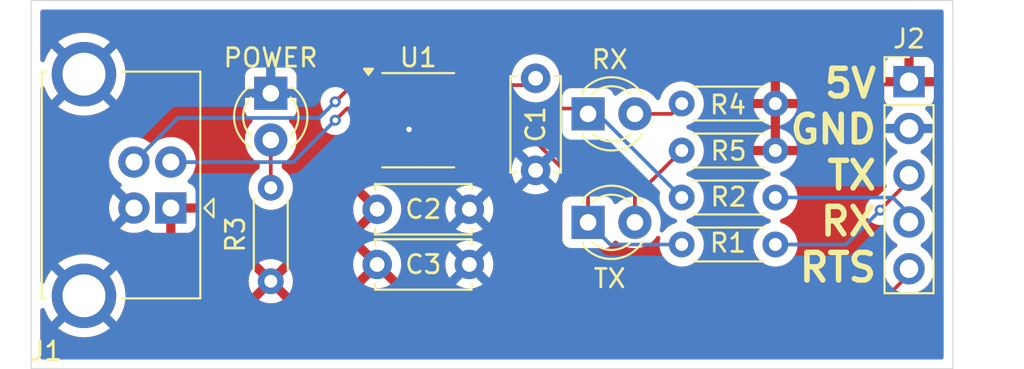
<source format=kicad_pcb>
(kicad_pcb (version 20240108) (generator "pcbnew") (generator_version "8.0")
  (layers (0 "F.Cu" signal) (31 "B.Cu" signal) (34 "B.Paste" user) (35 "F.Paste" user) (36 "B.SilkS" user "B.Silkscreen") (37 "F.SilkS" user "F.Silkscreen") (38 "B.Mask" user) (39 "F.Mask" user) (44 "Edge.Cuts" user))
  (net 0 "")
  (net 1 "gnd")
  (net 2 "Net-(U1-V3)")
  (net 3 "5V")
  (net 4 "Net-(J1-D+)")
  (net 5 "Net-(J1-D-)")
  (net 6 "reset")
  (net 7 "tx")
  (net 8 "rx")
  (net 9 "Net-(D2-K)")
  (net 10 "Net-(D2-A)")
  (net 11 "Net-(D1-A)")
  (net 12 "Net-(D3-K)")
  (net 13 "Net-(D3-A)")
  (footprint "Connector_PinHeader_2.54mm:PinHeader_1x05_P2.54mm_Vertical" (layer "F.Cu") (at 147.6239 54.4132)
    (property "Reference" "J2" (at 0 -2.33 0) (layer "F.SilkS"))
    (property "Value" "Conn_01x05_Pin")
    (fp_line (start -1.33 -1.33) (end 0 -1.33) (stroke (width 0.12)) (layer "F.SilkS"))
    (fp_line (start -1.33 0) (end -1.33 -1.33) (stroke (width 0.12)) (layer "F.SilkS"))
    (fp_line (start -1.33 1.27) (end -1.33 11.49) (stroke (width 0.12)) (layer "F.SilkS"))
    (fp_line (start -1.33 1.27) (end 1.33 1.27) (stroke (width 0.12)) (layer "F.SilkS"))
    (fp_line (start -1.33 11.49) (end 1.33 11.49) (stroke (width 0.12)) (layer "F.SilkS"))
    (fp_line (start 1.33 1.27) (end 1.33 11.49) (stroke (width 0.12)) (layer "F.SilkS"))
    (pad "1" thru_hole rect (at 0 0) (size 1.7 1.7) (drill 1) (layers "*.Cu" "*.Mask") (net 3 "5V"))
    (pad "2" thru_hole oval (at 0 2.54) (size 1.7 1.7) (drill 1) (layers "*.Cu" "*.Mask") (net 1 "gnd"))
    (pad "3" thru_hole oval (at 0 5.08) (size 1.7 1.7) (drill 1) (layers "*.Cu" "*.Mask") (net 7 "tx"))
    (pad "4" thru_hole oval (at 0 7.62) (size 1.7 1.7) (drill 1) (layers "*.Cu" "*.Mask") (net 8 "rx"))
    (pad "5" thru_hole oval (at 0 10.16) (size 1.7 1.7) (drill 1) (layers "*.Cu" "*.Mask") (net 6 "reset"))
  )
  (footprint "Resistor_THT:R_Axial_DIN0204_L3.6mm_D1.6mm_P5.08mm_Horizontal" (layer "F.Cu") (at 135.2928 55.6006)
    (property "Reference" "R4" (at 2.508 0.075 0) (layer "F.SilkS"))
    (property "Value" "1k")
    (fp_line (start 0.62 -0.92) (end 4.46 -0.92) (stroke (width 0.12)) (layer "F.SilkS"))
    (fp_line (start 0.62 0.92) (end 4.46 0.92) (stroke (width 0.12)) (layer "F.SilkS"))
    (pad "1" thru_hole circle (at 0 0) (size 1.4 1.4) (drill 0.7) (layers "*.Cu" "*.Mask") (net 13 "Net-(D3-A)"))
    (pad "2" thru_hole oval (at 5.08 0) (size 1.4 1.4) (drill 0.7) (layers "*.Cu" "*.Mask") (net 3 "5V"))
  )
  (footprint "Connector_USB:USB_B_OST_USB-B1HSxx_Horizontal" (layer "F.Cu") (at 107.5775 61.275 180)
    (property "Reference" "J1" (at 6.76 -7.77 0) (layer "F.SilkS"))
    (property "Value" "USB_B")
    (fp_line (start 7 7.41) (end 6.76 7.41) (stroke (width 0.12)) (layer "F.SilkS"))
    (fp_line (start 7 -4.91) (end 7 7.41) (stroke (width 0.12)) (layer "F.SilkS"))
    (fp_line (start 6.76 -4.91) (end 7 -4.91) (stroke (width 0.12)) (layer "F.SilkS"))
    (fp_line (start 2.66 -4.91) (end -1.6 -4.91) (stroke (width 0.12)) (layer "F.SilkS"))
    (fp_line (start -1.6 7.41) (end 2.66 7.41) (stroke (width 0.12)) (layer "F.SilkS"))
    (fp_line (start -1.6 -4.91) (end -1.6 7.41) (stroke (width 0.12)) (layer "F.SilkS"))
    (fp_line (start -1.82 0) (end -2.32 -0.5) (stroke (width 0.12)) (layer "F.SilkS"))
    (fp_line (start -2.32 0.5) (end -1.82 0) (stroke (width 0.12)) (layer "F.SilkS"))
    (fp_line (start -2.32 -0.5) (end -2.32 0.5) (stroke (width 0.12)) (layer "F.SilkS"))
    (pad "1" thru_hole rect (at 0 0 180) (size 1.7 1.7) (drill 0.92) (layers "*.Cu" "*.Mask") (net 3 "5V"))
    (pad "2" thru_hole circle (at 0 2.5 180) (size 1.7 1.7) (drill 0.92) (layers "*.Cu" "*.Mask") (net 5 "Net-(J1-D-)"))
    (pad "3" thru_hole circle (at 2 2.5 180) (size 1.7 1.7) (drill 0.92) (layers "*.Cu" "*.Mask") (net 4 "Net-(J1-D+)"))
    (pad "4" thru_hole circle (at 2 0 180) (size 1.7 1.7) (drill 0.92) (layers "*.Cu" "*.Mask") (net 1 "gnd"))
    (pad "5" thru_hole circle (at 4.71 -4.77 180) (size 3.5 3.5) (drill 2.33) (layers "*.Cu" "*.Mask") (net 1 "gnd"))
    (pad "5" thru_hole circle (at 4.71 7.27 180) (size 3.5 3.5) (drill 2.33) (layers "*.Cu" "*.Mask") (net 1 "gnd"))
  )
  (footprint "Resistor_THT:R_Axial_DIN0204_L3.6mm_D1.6mm_P5.08mm_Horizontal" (layer "F.Cu") (at 113 65.2526 90)
    (property "Reference" "R3" (at 2.54 -1.92 90) (layer "F.SilkS"))
    (property "Value" "1k")
    (fp_line (start 0.62 -0.92) (end 4.46 -0.92) (stroke (width 0.12)) (layer "F.SilkS"))
    (fp_line (start 0.62 0.92) (end 4.46 0.92) (stroke (width 0.12)) (layer "F.SilkS"))
    (pad "1" thru_hole circle (at 0 0 90) (size 1.4 1.4) (drill 0.7) (layers "*.Cu" "*.Mask") (net 3 "5V"))
    (pad "2" thru_hole oval (at 5.08 0 90) (size 1.4 1.4) (drill 0.7) (layers "*.Cu" "*.Mask") (net 11 "Net-(D1-A)"))
  )
  (footprint "Package_SO:SOP-8_3.9x4.9mm_P1.27mm" (layer "F.Cu") (at 121 56.505)
    (property "Reference" "U1" (at 0 -3.4 0) (layer "F.SilkS"))
    (property "Value" "CH340N")
    (fp_line (start 0 -2.56) (end -1.95 -2.56) (stroke (width 0.12)) (layer "F.SilkS"))
    (fp_line (start 0 -2.56) (end 1.95 -2.56) (stroke (width 0.12)) (layer "F.SilkS"))
    (fp_line (start 0 2.56) (end -1.95 2.56) (stroke (width 0.12)) (layer "F.SilkS"))
    (fp_line (start 0 2.56) (end 1.95 2.56) (stroke (width 0.12)) (layer "F.SilkS"))
    (fp_poly (pts (xy -2.7 -2.465) (xy -2.94 -2.795) (xy -2.46 -2.795) (xy -2.7 -2.465)) (stroke (width 0.12)) (fill solid) (layer "F.SilkS"))
    (pad "1" smd roundrect (at -2.625 -1.905) (size 1.65 0.6) (layers "F.Cu" "F.Paste" "F.Mask") (net 4 "Net-(J1-D+)"))
    (pad "2" smd roundrect (at -2.625 -0.635) (size 1.65 0.6) (layers "F.Cu" "F.Paste" "F.Mask") (net 5 "Net-(J1-D-)"))
    (pad "3" smd roundrect (at -2.625 0.635) (size 1.65 0.6) (layers "F.Cu" "F.Paste" "F.Mask") (net 1 "gnd"))
    (pad "4" smd roundrect (at -2.625 1.905) (size 1.65 0.6) (layers "F.Cu" "F.Paste" "F.Mask") (net 6 "reset"))
    (pad "5" smd roundrect (at 2.625 1.905) (size 1.65 0.6) (layers "F.Cu" "F.Paste" "F.Mask") (net 3 "5V"))
    (pad "6" smd roundrect (at 2.625 0.635) (size 1.65 0.6) (layers "F.Cu" "F.Paste" "F.Mask") (net 9 "Net-(D2-K)"))
    (pad "7" smd roundrect (at 2.625 -0.635) (size 1.65 0.6) (layers "F.Cu" "F.Paste" "F.Mask") (net 12 "Net-(D3-K)"))
    (pad "8" smd roundrect (at 2.625 -1.905) (size 1.65 0.6) (layers "F.Cu" "F.Paste" "F.Mask") (net 2 "Net-(U1-V3)"))
  )
  (footprint "LED_THT:LED_D3.0mm" (layer "F.Cu") (at 113 55.0418 -90)
    (property "Reference" "POWER" (at -1.9304 0.0084 0) (layer "F.SilkS"))
    (property "Value" "LED")
    (fp_line (start -0.29 1.08) (end -0.29 1.236) (stroke (width 0.12)) (layer "F.SilkS"))
    (fp_line (start -0.29 -1.236) (end -0.29 -1.08) (stroke (width 0.12)) (layer "F.SilkS"))
    (fp_arc (start 2.941397 1.080061) (mid 1.365624 1.987701) (end -0.29 1.235516) (stroke (width 0.12)) (layer "F.SilkS"))
    (fp_arc (start 2.31091 1.080049) (mid 1.269965 1.5) (end 0.229039 1.08) (stroke (width 0.12)) (layer "F.SilkS"))
    (fp_arc (start 0.229039 -1.08) (mid 1.269965 -1.5) (end 2.31091 -1.080049) (stroke (width 0.12)) (layer "F.SilkS"))
    (fp_arc (start -0.29 -1.235516) (mid 1.365624 -1.987701) (end 2.941397 -1.080061) (stroke (width 0.12)) (layer "F.SilkS"))
    (pad "1" thru_hole rect (at 0 0 270) (size 1.8 1.8) (drill 0.9) (layers "*.Cu" "*.Mask") (net 1 "gnd"))
    (pad "2" thru_hole circle (at 2.54 0 270) (size 1.8 1.8) (drill 0.9) (layers "*.Cu" "*.Mask") (net 11 "Net-(D1-A)"))
  )
  (footprint "Resistor_THT:R_Axial_DIN0204_L3.6mm_D1.6mm_P5.08mm_Horizontal" (layer "F.Cu") (at 140.3728 63.2556 180)
    (property "Reference" "R1" (at 2.572 0.08 180) (layer "F.SilkS"))
    (property "Value" "1k")
    (fp_line (start 0.62 0.92) (end 4.46 0.92) (stroke (width 0.12)) (layer "F.SilkS"))
    (fp_line (start 0.62 -0.92) (end 4.46 -0.92) (stroke (width 0.12)) (layer "F.SilkS"))
    (pad "1" thru_hole circle (at 0 0 180) (size 1.4 1.4) (drill 0.7) (layers "*.Cu" "*.Mask") (net 7 "tx"))
    (pad "2" thru_hole oval (at 5.08 0 180) (size 1.4 1.4) (drill 0.7) (layers "*.Cu" "*.Mask") (net 9 "Net-(D2-K)"))
  )
  (footprint "Capacitor_THT:C_Disc_D5.0mm_W2.5mm_P5.00mm" (layer "F.Cu") (at 127.368 54.229 -90)
    (property "Reference" "C1" (at 2.5 0 -90) (layer "F.SilkS"))
    (property "Value" "1000pF")
    (fp_line (start -0.12 1.37) (end 5.12 1.37) (stroke (width 0.12)) (layer "F.SilkS"))
    (fp_line (start -0.12 1.055) (end -0.12 1.37) (stroke (width 0.12)) (layer "F.SilkS"))
    (fp_line (start 5.12 1.055) (end 5.12 1.37) (stroke (width 0.12)) (layer "F.SilkS"))
    (fp_line (start -0.12 -1.37) (end -0.12 -1.055) (stroke (width 0.12)) (layer "F.SilkS"))
    (fp_line (start -0.12 -1.37) (end 5.12 -1.37) (stroke (width 0.12)) (layer "F.SilkS"))
    (fp_line (start 5.12 -1.37) (end 5.12 -1.055) (stroke (width 0.12)) (layer "F.SilkS"))
    (pad "1" thru_hole circle (at 0 0 270) (size 1.6 1.6) (drill 0.8) (layers "*.Cu" "*.Mask") (net 2 "Net-(U1-V3)"))
    (pad "2" thru_hole circle (at 5 0 270) (size 1.6 1.6) (drill 0.8) (layers "*.Cu" "*.Mask") (net 1 "gnd"))
  )
  (footprint "Resistor_THT:R_Axial_DIN0204_L3.6mm_D1.6mm_P5.08mm_Horizontal" (layer "F.Cu") (at 135.2928 58.152266)
    (property "Reference" "R5" (at 2.54 0.023334 0) (layer "F.SilkS"))
    (property "Value" "1k")
    (fp_line (start 0.62 -0.92) (end 4.46 -0.92) (stroke (width 0.12)) (layer "F.SilkS"))
    (fp_line (start 0.62 0.92) (end 4.46 0.92) (stroke (width 0.12)) (layer "F.SilkS"))
    (pad "1" thru_hole circle (at 0 0) (size 1.4 1.4) (drill 0.7) (layers "*.Cu" "*.Mask") (net 10 "Net-(D2-A)"))
    (pad "2" thru_hole oval (at 5.08 0) (size 1.4 1.4) (drill 0.7) (layers "*.Cu" "*.Mask") (net 3 "5V"))
  )
  (footprint "Capacitor_THT:C_Disc_D5.0mm_W2.5mm_P5.00mm" (layer "F.Cu") (at 123.772 61.341 180)
    (property "Reference" "C2" (at 2.5 0 360) (layer "F.SilkS"))
    (property "Value" "0.1uF")
    (fp_line (start 5.12 1.055) (end 5.12 1.37) (stroke (width 0.12)) (layer "F.SilkS"))
    (fp_line (start 5.12 -1.37) (end 5.12 -1.055) (stroke (width 0.12)) (layer "F.SilkS"))
    (fp_line (start -0.12 1.37) (end 5.12 1.37) (stroke (width 0.12)) (layer "F.SilkS"))
    (fp_line (start -0.12 1.055) (end -0.12 1.37) (stroke (width 0.12)) (layer "F.SilkS"))
    (fp_line (start -0.12 -1.37) (end 5.12 -1.37) (stroke (width 0.12)) (layer "F.SilkS"))
    (fp_line (start -0.12 -1.37) (end -0.12 -1.055) (stroke (width 0.12)) (layer "F.SilkS"))
    (pad "1" thru_hole circle (at 0 0 180) (size 1.6 1.6) (drill 0.8) (layers "*.Cu" "*.Mask") (net 1 "gnd"))
    (pad "2" thru_hole circle (at 5 0 180) (size 1.6 1.6) (drill 0.8) (layers "*.Cu" "*.Mask") (net 3 "5V"))
  )
  (footprint "LED_THT:LED_D3.0mm" (layer "F.Cu") (at 130.2128 56.1594)
    (property "Reference" "RX" (at 1.1684 -2.9464 0) (layer "F.SilkS"))
    (property "Value" "LED")
    (fp_line (start -0.29 -1.236) (end -0.29 -1.08) (stroke (width 0.12)) (layer "F.SilkS"))
    (fp_line (start -0.29 1.08) (end -0.29 1.236) (stroke (width 0.12)) (layer "F.SilkS"))
    (fp_arc (start -0.29 -1.235516) (mid 1.365624 -1.987701) (end 2.941397 -1.080061) (stroke (width 0.12)) (layer "F.SilkS"))
    (fp_arc (start 0.229039 -1.08) (mid 1.269965 -1.5) (end 2.31091 -1.080049) (stroke (width 0.12)) (layer "F.SilkS"))
    (fp_arc (start 2.31091 1.080049) (mid 1.269965 1.5) (end 0.229039 1.08) (stroke (width 0.12)) (layer "F.SilkS"))
    (fp_arc (start 2.941397 1.080061) (mid 1.365624 1.987701) (end -0.29 1.235516) (stroke (width 0.12)) (layer "F.SilkS"))
    (pad "1" thru_hole rect (at 0 0) (size 1.8 1.8) (drill 0.9) (layers "*.Cu" "*.Mask") (net 12 "Net-(D3-K)"))
    (pad "2" thru_hole circle (at 2.54 0) (size 1.8 1.8) (drill 0.9) (layers "*.Cu" "*.Mask") (net 13 "Net-(D3-A)"))
  )
  (footprint "Capacitor_THT:C_Disc_D5.0mm_W2.5mm_P5.00mm" (layer "F.Cu") (at 123.772 64.341 180)
    (property "Reference" "C3" (at 2.5 0 360) (layer "F.SilkS"))
    (property "Value" "10uF")
    (fp_line (start 5.12 1.055) (end 5.12 1.37) (stroke (width 0.12)) (layer "F.SilkS"))
    (fp_line (start 5.12 -1.37) (end 5.12 -1.055) (stroke (width 0.12)) (layer "F.SilkS"))
    (fp_line (start -0.12 1.37) (end 5.12 1.37) (stroke (width 0.12)) (layer "F.SilkS"))
    (fp_line (start -0.12 1.055) (end -0.12 1.37) (stroke (width 0.12)) (layer "F.SilkS"))
    (fp_line (start -0.12 -1.37) (end 5.12 -1.37) (stroke (width 0.12)) (layer "F.SilkS"))
    (fp_line (start -0.12 -1.37) (end -0.12 -1.055) (stroke (width 0.12)) (layer "F.SilkS"))
    (pad "1" thru_hole circle (at 0 0 180) (size 1.6 1.6) (drill 0.8) (layers "*.Cu" "*.Mask") (net 1 "gnd"))
    (pad "2" thru_hole circle (at 5 0 180) (size 1.6 1.6) (drill 0.8) (layers "*.Cu" "*.Mask") (net 3 "5V"))
  )
  (footprint "Resistor_THT:R_Axial_DIN0204_L3.6mm_D1.6mm_P5.08mm_Horizontal" (layer "F.Cu") (at 140.3728 60.703932 180)
    (property "Reference" "R2" (at 2.54 0.028332 180) (layer "F.SilkS"))
    (property "Value" "1k")
    (fp_line (start 0.62 0.92) (end 4.46 0.92) (stroke (width 0.12)) (layer "F.SilkS"))
    (fp_line (start 0.62 -0.92) (end 4.46 -0.92) (stroke (width 0.12)) (layer "F.SilkS"))
    (pad "1" thru_hole circle (at 0 0 180) (size 1.4 1.4) (drill 0.7) (layers "*.Cu" "*.Mask") (net 8 "rx"))
    (pad "2" thru_hole oval (at 5.08 0 180) (size 1.4 1.4) (drill 0.7) (layers "*.Cu" "*.Mask") (net 12 "Net-(D3-K)"))
  )
  (footprint "LED_THT:LED_D3.0mm" (layer "F.Cu") (at 130.2128 62.0522)
    (property "Reference" "TX" (at 1.1684 3.048 0) (layer "F.SilkS"))
    (property "Value" "LED")
    (fp_line (start -0.29 -1.236) (end -0.29 -1.08) (stroke (width 0.12)) (layer "F.SilkS"))
    (fp_line (start -0.29 1.08) (end -0.29 1.236) (stroke (width 0.12)) (layer "F.SilkS"))
    (fp_arc (start -0.29 -1.235516) (mid 1.365624 -1.987701) (end 2.941397 -1.080061) (stroke (width 0.12)) (layer "F.SilkS"))
    (fp_arc (start 0.229039 -1.08) (mid 1.269965 -1.5) (end 2.31091 -1.080049) (stroke (width 0.12)) (layer "F.SilkS"))
    (fp_arc (start 2.31091 1.080049) (mid 1.269965 1.5) (end 0.229039 1.08) (stroke (width 0.12)) (layer "F.SilkS"))
    (fp_arc (start 2.941397 1.080061) (mid 1.365624 1.987701) (end -0.29 1.235516) (stroke (width 0.12)) (layer "F.SilkS"))
    (pad "1" thru_hole rect (at 0 0) (size 1.8 1.8) (drill 0.9) (layers "*.Cu" "*.Mask") (net 9 "Net-(D2-K)"))
    (pad "2" thru_hole circle (at 2.54 0) (size 1.8 1.8) (drill 0.9) (layers "*.Cu" "*.Mask") (net 10 "Net-(D2-A)"))
  )
  (gr_line (start 150 70) (end 100 70) (stroke (width 0.05)) (layer "Edge.Cuts"))
  (gr_line (start 100 70) (end 100 50) (stroke (width 0.05)) (layer "Edge.Cuts"))
  (gr_line (start 150 50) (end 150 70) (stroke (width 0.05)) (layer "Edge.Cuts"))
  (gr_line (start 100 50) (end 150 50) (stroke (width 0.05)) (layer "Edge.Cuts"))
  (gr_text "RX" (at 146 62.005 0) (layer "F.SilkS") (effects (font (size 1.5 1.5) (thickness 0.3) (bold yes)) (justify right)))
  (gr_text "GND" (at 146 57.005 0) (layer "F.SilkS") (effects (font (size 1.5 1.5) (thickness 0.3) (bold yes)) (justify right)))
  (gr_text "RTS" (at 146 64.505 0) (layer "F.SilkS") (effects (font (size 1.5 1.5) (thickness 0.3) (bold yes)) (justify right)))
  (gr_text "5V" (at 146 54.505 0) (layer "F.SilkS") (effects (font (size 1.5 1.5) (thickness 0.3) (bold yes)) (justify right)))
  (gr_text "TX" (at 146 59.505 0) (layer "F.SilkS") (effects (font (size 1.5 1.5) (thickness 0.3) (bold yes)) (justify right)))
  (segment (start 118.375 57.14) (end 120.365 57.14) (width 1) (layer "F.Cu") (net 1))
  (segment (start 120.365 57.14) (end 120.5 57.005) (width 1) (layer "F.Cu") (net 1))
  (via (at 120.5 57.005) (size 0.6) (drill 0.3) (layers "F.Cu" "B.Cu") (net 1))
  (segment (start 126.997 54.6) (end 127.368 54.229) (width 0.2) (layer "F.Cu") (net 2))
  (segment (start 123.625 54.6) (end 126.997 54.6) (width 0.2) (layer "F.Cu") (net 2))
  (segment (start 118.375 54.6) (end 118.570552 54.6) (width 0.2) (layer "F.Cu") (net 4))
  (segment (start 118.570552 54.6) (end 117.405 54.6) (width 0.2) (layer "F.Cu") (net 4))
  (segment (start 117.405 54.6) (end 116.5 55.505) (width 0.2) (layer "F.Cu") (net 4))
  (via (at 116.5 55.505) (size 0.6) (drill 0.3) (layers "F.Cu" "B.Cu") (net 4))
  (segment (start 105.5775 58.775) (end 107.9707 56.3818) (width 0.2) (layer "B.Cu") (net 4))
  (segment (start 115.6232 56.3818) (end 116.5 55.505) (width 0.2) (layer "B.Cu") (net 4))
  (segment (start 107.9707 56.3818) (end 115.6232 56.3818) (width 0.2) (layer "B.Cu") (net 4))
  (segment (start 117.135 55.87) (end 116.5 56.505) (width 0.2) (layer "F.Cu") (net 5))
  (segment (start 118.375 55.87) (end 117.135 55.87) (width 0.2) (layer "F.Cu") (net 5))
  (via (at 116.5 56.505) (size 0.6) (drill 0.3) (layers "F.Cu" "B.Cu") (net 5))
  (segment (start 107.5843 58.7818) (end 114.2232 58.7818) (width 0.2) (layer "B.Cu") (net 5))
  (segment (start 107.5775 58.775) (end 107.5843 58.7818) (width 0.2) (layer "B.Cu") (net 5))
  (segment (start 114.2232 58.7818) (end 116.5 56.505) (width 0.2) (layer "B.Cu") (net 5))
  (segment (start 120.4084 60.4434) (end 120.4084 64.7446) (width 0.2) (layer "F.Cu") (net 6))
  (segment (start 122.0848 66.421) (end 146.084 66.421) (width 0.2) (layer "F.Cu") (net 6))
  (segment (start 118.375 58.41) (end 120.4084 60.4434) (width 0.2) (layer "F.Cu") (net 6))
  (segment (start 146.084 66.421) (end 148 64.505) (width 0.2) (layer "F.Cu") (net 6))
  (segment (start 120.4084 64.7446) (end 122.0848 66.421) (width 0.2) (layer "F.Cu") (net 6))
  (segment (start 146.0624 61.3918) (end 146.0624 61.3626) (width 0.2) (layer "F.Cu") (net 7))
  (segment (start 146.0624 61.3626) (end 148 59.425) (width 0.2) (layer "F.Cu") (net 7))
  (via (at 146.0624 61.3918) (size 0.6) (drill 0.3) (layers "F.Cu" "B.Cu") (net 7))
  (segment (start 140.3728 63.2556) (end 144.1986 63.2556) (width 0.2) (layer "B.Cu") (net 7))
  (segment (start 144.1986 63.2556) (end 146.0624 61.3918) (width 0.2) (layer "B.Cu") (net 7))
  (segment (start 146.738932 60.703932) (end 148 61.965) (width 0.2) (layer "B.Cu") (net 8))
  (segment (start 140.3728 60.703932) (end 146.738932 60.703932) (width 0.2) (layer "B.Cu") (net 8))
  (segment (start 123.625 57.14) (end 126.834635 57.14) (width 0.2) (layer "F.Cu") (net 9))
  (segment (start 130.2128 60.518165) (end 130.2128 62.0522) (width 0.2) (layer "F.Cu") (net 9))
  (segment (start 126.834635 57.14) (end 130.2128 60.518165) (width 0.2) (layer "F.Cu") (net 9))
  (segment (start 131.4162 63.2556) (end 130.2128 62.0522) (width 0.2) (layer "B.Cu") (net 9))
  (segment (start 135.2928 63.2556) (end 131.4162 63.2556) (width 0.2) (layer "B.Cu") (net 9))
  (segment (start 132.7528 60.692266) (end 135.2928 58.152266) (width 0.2) (layer "F.Cu") (net 10))
  (segment (start 132.7528 62.0522) (end 132.7528 60.692266) (width 0.2) (layer "F.Cu") (net 10))
  (segment (start 113 60.1726) (end 113 57.5818) (width 0.2) (layer "F.Cu") (net 11))
  (segment (start 123.625 55.87) (end 129.9234 55.87) (width 0.2) (layer "F.Cu") (net 12))
  (segment (start 129.9234 55.87) (end 130.2128 56.1594) (width 0.2) (layer "F.Cu") (net 12))
  (segment (start 130.748268 56.1594) (end 130.2128 56.1594) (width 0.2) (layer "B.Cu") (net 12))
  (segment (start 135.2928 60.703932) (end 130.748268 56.1594) (width 0.2) (layer "B.Cu") (net 12))
  (segment (start 134.734 56.1594) (end 135.2928 55.6006) (width 0.2) (layer "F.Cu") (net 13))
  (segment (start 132.7528 56.1594) (end 134.734 56.1594) (width 0.2) (layer "F.Cu") (net 13))
  (zone (net 3) (net_name "5V") (layer "F.Cu") (priority 1) (connect_pads (clearance 0.5)) (min_thickness 0.25) (fill yes (thermal_gap 0.5) (thermal_bridge_width 0.5))
    (polygon (pts (xy 150 50.005) (xy 100 50.005) (xy 100 70.005) (xy 150 70.005)))
  )
  (zone (net 1) (net_name "gnd") (layer "B.Cu") (connect_pads (clearance 0.5)) (min_thickness 0.25) (fill yes (thermal_gap 0.5) (thermal_bridge_width 0.5))
    (polygon (pts (xy 150 50.005) (xy 100 50.005) (xy 100 70.005) (xy 150 70.005)))
  )
)
</source>
